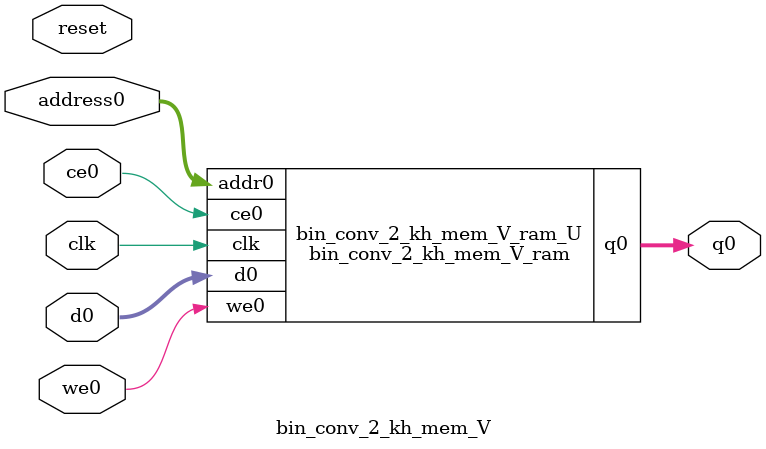
<source format=v>

`timescale 1 ns / 1 ps
module bin_conv_2_kh_mem_V_ram (addr0, ce0, d0, we0, q0,  clk);

parameter DWIDTH = 64;
parameter AWIDTH = 6;
parameter MEM_SIZE = 64;

input[AWIDTH-1:0] addr0;
input ce0;
input[DWIDTH-1:0] d0;
input we0;
output reg[DWIDTH-1:0] q0;
input clk;

(* ram_style = "block" *)reg [DWIDTH-1:0] ram[0:MEM_SIZE-1];




always @(posedge clk)  
begin 
    if (ce0) 
    begin
        if (we0) 
        begin 
            ram[addr0] <= d0; 
            q0 <= d0;
        end 
        else 
            q0 <= ram[addr0];
    end
end


endmodule


`timescale 1 ns / 1 ps
module bin_conv_2_kh_mem_V(
    reset,
    clk,
    address0,
    ce0,
    we0,
    d0,
    q0);

parameter DataWidth = 32'd64;
parameter AddressRange = 32'd64;
parameter AddressWidth = 32'd6;
input reset;
input clk;
input[AddressWidth - 1:0] address0;
input ce0;
input we0;
input[DataWidth - 1:0] d0;
output[DataWidth - 1:0] q0;



bin_conv_2_kh_mem_V_ram bin_conv_2_kh_mem_V_ram_U(
    .clk( clk ),
    .addr0( address0 ),
    .ce0( ce0 ),
    .we0( we0 ),
    .d0( d0 ),
    .q0( q0 ));

endmodule


</source>
